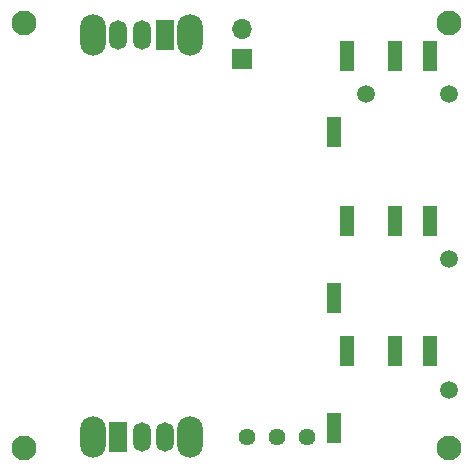
<source format=gbs>
%TF.GenerationSoftware,KiCad,Pcbnew,8.0.2*%
%TF.CreationDate,2025-06-15T12:49:30+05:30*%
%TF.ProjectId,final schematics,66696e61-6c20-4736-9368-656d61746963,1.0*%
%TF.SameCoordinates,Original*%
%TF.FileFunction,Soldermask,Bot*%
%TF.FilePolarity,Negative*%
%FSLAX46Y46*%
G04 Gerber Fmt 4.6, Leading zero omitted, Abs format (unit mm)*
G04 Created by KiCad (PCBNEW 8.0.2) date 2025-06-15 12:49:30*
%MOMM*%
%LPD*%
G01*
G04 APERTURE LIST*
%ADD10O,2.200000X3.500000*%
%ADD11R,1.500000X2.500000*%
%ADD12O,1.500000X2.500000*%
%ADD13R,1.700000X1.700000*%
%ADD14O,1.700000X1.700000*%
%ADD15C,1.440000*%
%ADD16C,2.100000*%
%ADD17C,1.500000*%
%ADD18R,1.200000X2.500000*%
G04 APERTURE END LIST*
D10*
%TO.C,PSWT*%
X136100000Y-80000000D03*
X127900000Y-80000000D03*
D11*
X134000000Y-80000000D03*
D12*
X132000000Y-80000000D03*
X130000000Y-80000000D03*
%TD*%
D13*
%TO.C,BAT*%
X140444205Y-82000000D03*
D14*
X140444205Y-79460000D03*
%TD*%
D10*
%TO.C,MSWT*%
X127900000Y-114000000D03*
X136100000Y-114000000D03*
D11*
X130000000Y-114000000D03*
D12*
X132000000Y-114000000D03*
X134000000Y-114000000D03*
%TD*%
D15*
%TO.C,POT*%
X146000000Y-114000000D03*
X143460000Y-114000000D03*
X140920000Y-114000000D03*
%TD*%
D16*
%TO.C,H4*%
X122000000Y-115000000D03*
%TD*%
%TO.C,H1*%
X122000000Y-79000000D03*
%TD*%
%TO.C,H2*%
X158000000Y-79000000D03*
%TD*%
%TO.C,H3*%
X158000000Y-115000000D03*
%TD*%
D17*
%TO.C,Listen*%
X158000000Y-99000000D03*
D18*
X153400000Y-95750000D03*
X156400000Y-95750000D03*
X148300000Y-102250000D03*
X149400000Y-95750000D03*
%TD*%
D17*
%TO.C,Record*%
X158000000Y-110050000D03*
D18*
X153400000Y-106800000D03*
X156400000Y-106800000D03*
X148300000Y-113300000D03*
X149400000Y-106800000D03*
%TD*%
D17*
%TO.C,AFE in*%
X158000000Y-85000000D03*
X151000000Y-85000000D03*
D18*
X153400000Y-81750000D03*
X156400000Y-81750000D03*
X148300000Y-88250000D03*
X149400000Y-81750000D03*
%TD*%
M02*

</source>
